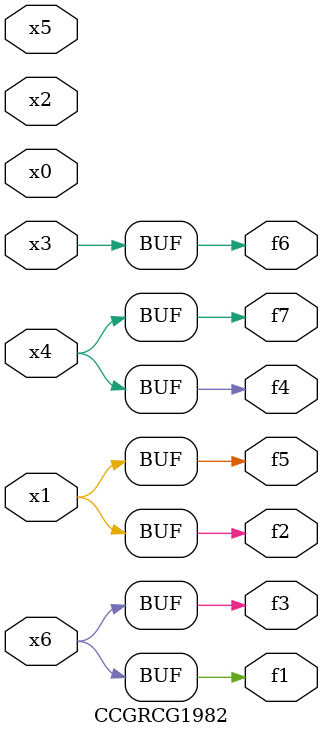
<source format=v>
module CCGRCG1982(
	input x0, x1, x2, x3, x4, x5, x6,
	output f1, f2, f3, f4, f5, f6, f7
);
	assign f1 = x6;
	assign f2 = x1;
	assign f3 = x6;
	assign f4 = x4;
	assign f5 = x1;
	assign f6 = x3;
	assign f7 = x4;
endmodule

</source>
